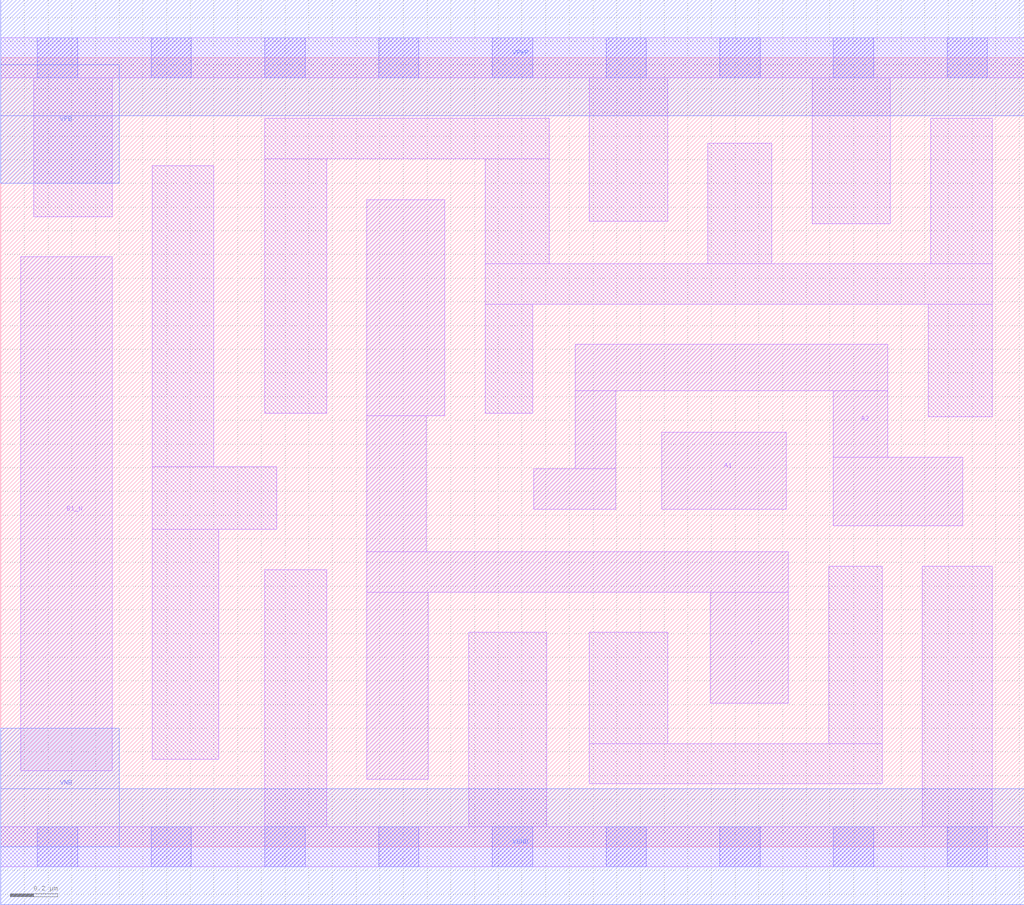
<source format=lef>
# Copyright 2020 The SkyWater PDK Authors
#
# Licensed under the Apache License, Version 2.0 (the "License");
# you may not use this file except in compliance with the License.
# You may obtain a copy of the License at
#
#     https://www.apache.org/licenses/LICENSE-2.0
#
# Unless required by applicable law or agreed to in writing, software
# distributed under the License is distributed on an "AS IS" BASIS,
# WITHOUT WARRANTIES OR CONDITIONS OF ANY KIND, either express or implied.
# See the License for the specific language governing permissions and
# limitations under the License.
#
# SPDX-License-Identifier: Apache-2.0

VERSION 5.5 ;
NAMESCASESENSITIVE ON ;
BUSBITCHARS "[]" ;
DIVIDERCHAR "/" ;
MACRO sky130_fd_sc_lp__a21boi_2
  CLASS CORE ;
  SOURCE USER ;
  ORIGIN  0.000000  0.000000 ;
  SIZE  4.320000 BY  3.330000 ;
  SYMMETRY X Y R90 ;
  SITE unit ;
  PIN A1
    ANTENNAGATEAREA  0.630000 ;
    DIRECTION INPUT ;
    USE SIGNAL ;
    PORT
      LAYER li1 ;
        RECT 2.790000 1.425000 3.315000 1.750000 ;
    END
  END A1
  PIN A2
    ANTENNAGATEAREA  0.630000 ;
    DIRECTION INPUT ;
    USE SIGNAL ;
    PORT
      LAYER li1 ;
        RECT 2.250000 1.425000 2.595000 1.595000 ;
        RECT 2.425000 1.595000 2.595000 1.925000 ;
        RECT 2.425000 1.925000 3.745000 2.120000 ;
        RECT 3.515000 1.355000 4.060000 1.645000 ;
        RECT 3.515000 1.645000 3.745000 1.925000 ;
    END
  END A2
  PIN B1_N
    ANTENNAGATEAREA  0.126000 ;
    DIRECTION INPUT ;
    USE SIGNAL ;
    PORT
      LAYER li1 ;
        RECT 0.085000 0.320000 0.470000 2.490000 ;
    END
  END B1_N
  PIN Y
    ANTENNADIFFAREA  0.890400 ;
    DIRECTION OUTPUT ;
    USE SIGNAL ;
    PORT
      LAYER li1 ;
        RECT 1.545000 0.285000 1.805000 1.075000 ;
        RECT 1.545000 1.075000 3.325000 1.245000 ;
        RECT 1.545000 1.245000 1.795000 1.820000 ;
        RECT 1.545000 1.820000 1.875000 2.730000 ;
        RECT 2.995000 0.605000 3.325000 1.075000 ;
    END
  END Y
  PIN VGND
    DIRECTION INOUT ;
    USE GROUND ;
    PORT
      LAYER met1 ;
        RECT 0.000000 -0.245000 4.320000 0.245000 ;
    END
  END VGND
  PIN VNB
    DIRECTION INOUT ;
    USE GROUND ;
    PORT
      LAYER met1 ;
        RECT 0.000000 0.000000 0.500000 0.500000 ;
    END
  END VNB
  PIN VPB
    DIRECTION INOUT ;
    USE POWER ;
    PORT
      LAYER met1 ;
        RECT 0.000000 2.800000 0.500000 3.300000 ;
    END
  END VPB
  PIN VPWR
    DIRECTION INOUT ;
    USE POWER ;
    PORT
      LAYER met1 ;
        RECT 0.000000 3.085000 4.320000 3.575000 ;
    END
  END VPWR
  OBS
    LAYER li1 ;
      RECT 0.000000 -0.085000 4.320000 0.085000 ;
      RECT 0.000000  3.245000 4.320000 3.415000 ;
      RECT 0.140000  2.660000 0.470000 3.245000 ;
      RECT 0.640000  0.370000 0.920000 1.340000 ;
      RECT 0.640000  1.340000 1.165000 1.605000 ;
      RECT 0.640000  1.605000 0.900000 2.875000 ;
      RECT 1.115000  0.085000 1.375000 1.170000 ;
      RECT 1.115000  1.830000 1.375000 2.905000 ;
      RECT 1.115000  2.905000 2.315000 3.075000 ;
      RECT 1.975000  0.085000 2.305000 0.905000 ;
      RECT 2.045000  1.830000 2.245000 2.290000 ;
      RECT 2.045000  2.290000 4.185000 2.460000 ;
      RECT 2.045000  2.460000 2.315000 2.905000 ;
      RECT 2.485000  0.265000 3.720000 0.435000 ;
      RECT 2.485000  0.435000 2.815000 0.905000 ;
      RECT 2.485000  2.640000 2.815000 3.245000 ;
      RECT 2.985000  2.460000 3.255000 2.970000 ;
      RECT 3.425000  2.630000 3.755000 3.245000 ;
      RECT 3.495000  0.435000 3.720000 1.185000 ;
      RECT 3.890000  0.085000 4.185000 1.185000 ;
      RECT 3.915000  1.815000 4.185000 2.290000 ;
      RECT 3.925000  2.460000 4.185000 3.075000 ;
    LAYER mcon ;
      RECT 0.155000 -0.085000 0.325000 0.085000 ;
      RECT 0.155000  3.245000 0.325000 3.415000 ;
      RECT 0.635000 -0.085000 0.805000 0.085000 ;
      RECT 0.635000  3.245000 0.805000 3.415000 ;
      RECT 1.115000 -0.085000 1.285000 0.085000 ;
      RECT 1.115000  3.245000 1.285000 3.415000 ;
      RECT 1.595000 -0.085000 1.765000 0.085000 ;
      RECT 1.595000  3.245000 1.765000 3.415000 ;
      RECT 2.075000 -0.085000 2.245000 0.085000 ;
      RECT 2.075000  3.245000 2.245000 3.415000 ;
      RECT 2.555000 -0.085000 2.725000 0.085000 ;
      RECT 2.555000  3.245000 2.725000 3.415000 ;
      RECT 3.035000 -0.085000 3.205000 0.085000 ;
      RECT 3.035000  3.245000 3.205000 3.415000 ;
      RECT 3.515000 -0.085000 3.685000 0.085000 ;
      RECT 3.515000  3.245000 3.685000 3.415000 ;
      RECT 3.995000 -0.085000 4.165000 0.085000 ;
      RECT 3.995000  3.245000 4.165000 3.415000 ;
  END
END sky130_fd_sc_lp__a21boi_2
END LIBRARY

</source>
